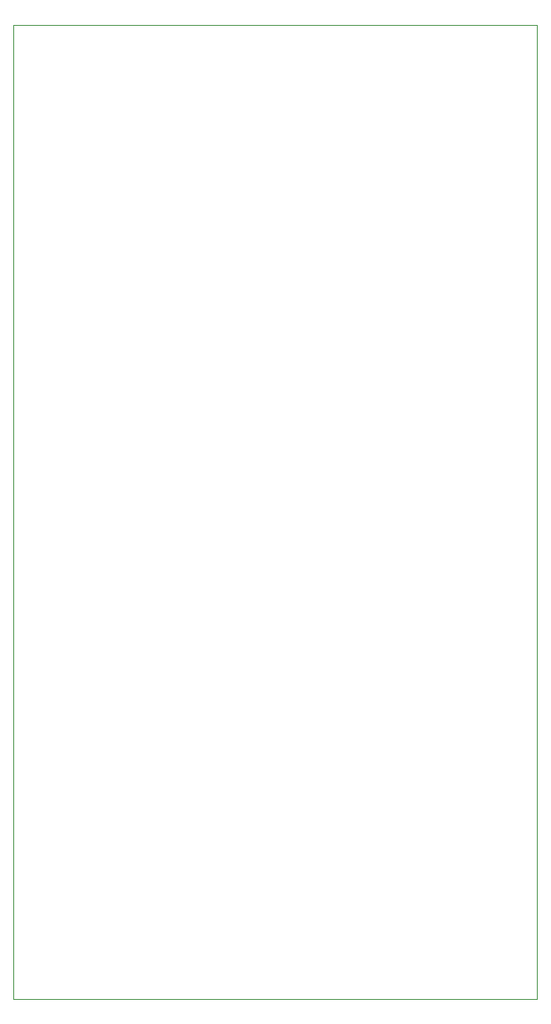
<source format=gm1>
%TF.GenerationSoftware,KiCad,Pcbnew,(6.0.7)*%
%TF.CreationDate,2022-08-28T16:32:13+02:00*%
%TF.ProjectId,filter,66696c74-6572-42e6-9b69-6361645f7063,rev?*%
%TF.SameCoordinates,Original*%
%TF.FileFunction,Profile,NP*%
%FSLAX46Y46*%
G04 Gerber Fmt 4.6, Leading zero omitted, Abs format (unit mm)*
G04 Created by KiCad (PCBNEW (6.0.7)) date 2022-08-28 16:32:13*
%MOMM*%
%LPD*%
G01*
G04 APERTURE LIST*
%TA.AperFunction,Profile*%
%ADD10C,0.100000*%
%TD*%
G04 APERTURE END LIST*
D10*
X114300000Y-48260000D02*
X167640000Y-48260000D01*
X167640000Y-48260000D02*
X167640000Y-147320000D01*
X167640000Y-147320000D02*
X114300000Y-147320000D01*
X114300000Y-147320000D02*
X114300000Y-48260000D01*
M02*

</source>
